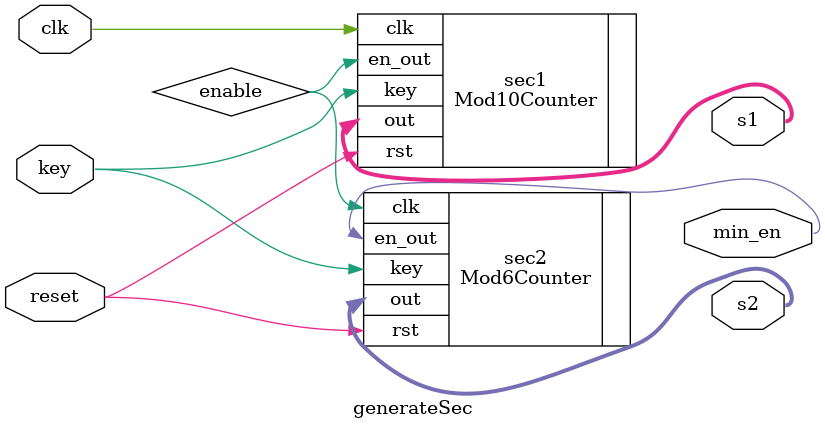
<source format=v>
`timescale 1ms / 1ps
module generateSec(clk, reset, s1, s2, min_en, key);
    input wire clk, reset, key;
	 output wire [3:0] s1, s2;
	 output wire min_en;
	 
	 wire enable;
	 Mod10Counter sec1(.clk(clk), .out(s1), .en_out(enable), .rst(reset), .key(key));
	 Mod6Counter sec2(.clk(enable), .out(s2), .en_out(min_en), .rst(reset), .key(key));
endmodule

</source>
